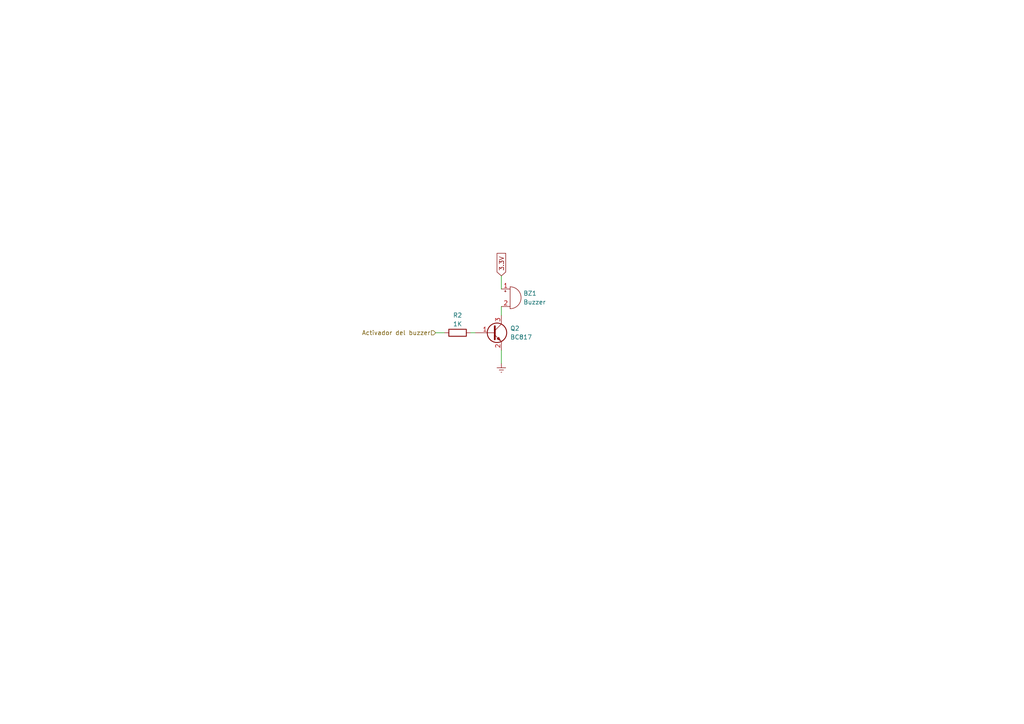
<source format=kicad_sch>
(kicad_sch (version 20230121) (generator eeschema)
  (paper "A4")
  (lib_symbols
    (symbol "Device:Buzzer" (pin_names (offset 0.0254) hide)
      (property "Reference" "BZ" (at 3.81 1.27 0))
      (property "Value" "Buzzer" (at 3.81 -1.27 0))
      (symbol "Buzzer_0_1"
        (arc (start 0 -3.175) (mid 3.1612 0) (end 0 3.175))
        (polyline (pts (xy -1.651 1.905) (xy -1.143 1.905)))
        (polyline (pts (xy -1.397 2.159) (xy -1.397 1.651)))
        (polyline (pts (xy 0 3.175) (xy 0 -3.175)))
      )
      (symbol "Buzzer_1_1"
        (pin passive line (at -2.54 2.54 0) (length 2.54) (name "-") (number "1"))
        (pin passive line (at -2.54 -2.54 0) (length 2.54) (name "+") (number "2"))
      )
    )
    (symbol "Device:R" (pin_numbers hide) (pin_names (offset 0))
      (property "Reference" "R" (at 2.032 0 90))
      (property "Value" "R" (at 0 0 90))
      (symbol "R_0_1"
        (rectangle (start -1.016 -2.54) (end 1.016 2.54) (stroke (width 0.254)))
      )
      (symbol "R_1_1"
        (pin passive line (at 0 3.81 270) (length 1.27) (name "~") (number "1"))
        (pin passive line (at 0 -3.81 90) (length 1.27) (name "~") (number "2"))
      )
    )
    (symbol "Transistor_BJT:BC817" (pin_names (offset 0) hide)
      (property "Reference" "Q" (at 5.08 1.905 0))
      (property "Value" "BC817" (at 5.08 0 0))
      (symbol "BC817_0_1"
        (polyline (pts (xy 0.635 0.635) (xy 2.54 2.54)))
        (polyline (pts (xy 0.635 -0.635) (xy 2.54 -2.54) (xy 2.54 -2.54)))
        (polyline (pts (xy 0.635 1.905) (xy 0.635 -1.905) (xy 0.635 -1.905)) (stroke (width 0.508)))
        (polyline (pts (xy 1.27 -1.778) (xy 1.778 -1.27) (xy 2.286 -2.286) (xy 1.27 -1.778) (xy 1.27 -1.778)) (fill (type outline)))
        (circle (center 1.27 0) (radius 2.8194) (stroke (width 0.254)))
      )
      (symbol "BC817_1_1"
        (pin input line (at -5.08 0 0) (length 5.715) (name "B") (number "1"))
        (pin passive line (at 2.54 -5.08 90) (length 2.54) (name "E") (number "2"))
        (pin passive line (at 2.54 5.08 270) (length 2.54) (name "C") (number "3"))
      )
    )
    (symbol "power:Earth" (power) (pin_names (offset 0))
      (symbol "Earth_0_1"
        (polyline (pts (xy -0.635 -1.905) (xy 0.635 -1.905)))
        (polyline (pts (xy -0.127 -2.54) (xy 0.127 -2.54)))
        (polyline (pts (xy 0 -1.27) (xy 0 0)))
        (polyline (pts (xy 1.27 -1.27) (xy -1.27 -1.27)))
      )
      (symbol "Earth_1_1"
        (pin power_in line (at 0 0 270) (length 0) hide (name "Earth") (number "1"))
      )
    )
  )
  (wire (pts (xy 136.525 96.52) (xy 137.795 96.52)))
  (wire (pts (xy 145.415 101.6) (xy 145.415 105.41)))
  (wire (pts (xy 145.415 80.01) (xy 145.415 83.82)))
  (wire (pts (xy 145.415 88.9) (xy 145.415 91.44)))
  (wire (pts (xy 126.365 96.52) (xy 128.905 96.52)))
  (global_label "3.3V" (shape input) (at 145.415 80.01 90) (property "Intersheetrefs" "${INTERSHEET_REFS}" (effects hide)))
  (hierarchical_label "Activador del buzzer" (shape input) (at 126.365 96.52 180))
  (symbol (lib_id "Transistor_BJT:BC817") (at 142.875 96.52 0) (unit 1)
    (property "Reference" "Q2" (at 147.955 95.2499 0) (effects (justify left)))
    (property "Value" "BC817" (at 147.955 97.7899 0) (effects (justify left)))
    (property "Footprint" "Package_TO_SOT_SMD:SOT-23" (effects hide))
    (property "Datasheet" "https://www.onsemi.com/pub/Collateral/BC818-D.pdf" (effects hide))
    (instances (project "KISS" (path "" (reference "Q2") (unit 1))) (project "KISS_V2" (path "" (reference "Q1") (unit 1))))
  )
  (symbol (lib_id "power:Earth") (at 145.415 105.41 0) (unit 1)
    (property "Reference" "#PWR04" (effects hide))
    (property "Value" "Earth" (effects hide))
  )
  (symbol (lib_id "Device:R") (at 132.715 96.52 90) (unit 1)
    (property "Reference" "R2" (at 132.715 91.44 90))
    (property "Value" "1K" (at 132.715 93.98 90))
    (property "Footprint" "Resistor_SMD:R_0603_1608Metric" (effects hide))
    (instances (project "KISS_V2" (path "" (reference "R2") (unit 1)) (path "" (reference "R6") (unit 1)) (path "" (reference "R3") (unit 1))))
  )
  (symbol (lib_id "Device:Buzzer") (at 147.955 86.36 0) (unit 1)
    (property "Reference" "BZ1" (at 151.765 85.0899 0) (effects (justify left)))
    (property "Value" "Buzzer" (at 151.765 87.6299 0) (effects (justify left)))
    (property "Footprint" "Buzzer_Beeper:Buzzer_12x9.5RM7.6" (effects hide))
  )
)
</source>
